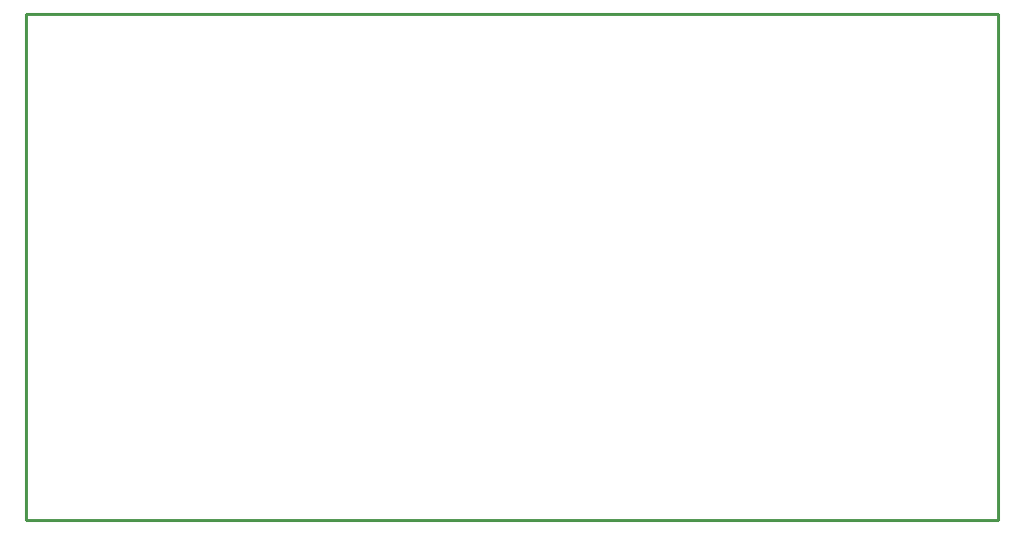
<source format=gko>
G04*
G04 #@! TF.GenerationSoftware,Altium Limited,Altium Designer,21.3.2 (30)*
G04*
G04 Layer_Color=16711935*
%FSTAX24Y24*%
%MOIN*%
G70*
G04*
G04 #@! TF.SameCoordinates,0193B93B-ADE4-4E0C-A68A-37D7C30EBFC0*
G04*
G04*
G04 #@! TF.FilePolarity,Positive*
G04*
G01*
G75*
%ADD14C,0.0100*%
D14*
X01002Y033071D02*
Y05D01*
Y033071D02*
X0425D01*
Y05D01*
X01002D02*
X0425D01*
M02*

</source>
